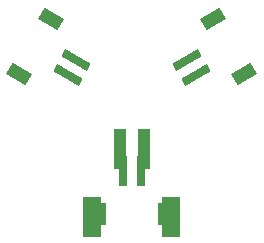
<source format=gbr>
%TF.GenerationSoftware,KiCad,Pcbnew,6.0.7-f9a2dced07~116~ubuntu20.04.1*%
%TF.CreationDate,2022-09-10T14:11:32+02:00*%
%TF.ProjectId,MateLightScrewCap,4d617465-4c69-4676-9874-536372657743,rev?*%
%TF.SameCoordinates,Original*%
%TF.FileFunction,Soldermask,Top*%
%TF.FilePolarity,Negative*%
%FSLAX46Y46*%
G04 Gerber Fmt 4.6, Leading zero omitted, Abs format (unit mm)*
G04 Created by KiCad (PCBNEW 6.0.7-f9a2dced07~116~ubuntu20.04.1) date 2022-09-10 14:11:32*
%MOMM*%
%LPD*%
G01*
G04 APERTURE LIST*
G04 Aperture macros list*
%AMRotRect*
0 Rectangle, with rotation*
0 The origin of the aperture is its center*
0 $1 length*
0 $2 width*
0 $3 Rotation angle, in degrees counterclockwise*
0 Add horizontal line*
21,1,$1,$2,0,0,$3*%
G04 Aperture macros list end*
%ADD10R,1.000000X3.500000*%
%ADD11R,1.500000X3.400000*%
%ADD12RotRect,0.700000X2.500000X60.000000*%
%ADD13RotRect,1.100000X1.900000X60.000000*%
%ADD14RotRect,0.700000X2.500000X300.000000*%
%ADD15RotRect,1.100000X1.900000X300.000000*%
%ADD16R,0.700000X2.500000*%
%ADD17R,1.100000X1.900000*%
G04 APERTURE END LIST*
D10*
%TO.C,X3*%
X-1000000Y-4000000D03*
X1000000Y-4000000D03*
D11*
X-3350000Y-9750000D03*
X3350000Y-9750000D03*
%TD*%
D12*
%TO.C,X1*%
X-4691248Y3574519D03*
X-5441248Y2275481D03*
D13*
X-6833940Y7063269D03*
X-9533940Y2386731D03*
%TD*%
D14*
%TO.C,X2*%
X5441248Y2275481D03*
X4691248Y3574519D03*
D15*
X9533940Y2386731D03*
X6833940Y7063269D03*
%TD*%
D16*
%TO.C,X4*%
X-750000Y-5850000D03*
X750000Y-5850000D03*
D17*
X-2700000Y-9450000D03*
X2700000Y-9450000D03*
%TD*%
M02*

</source>
